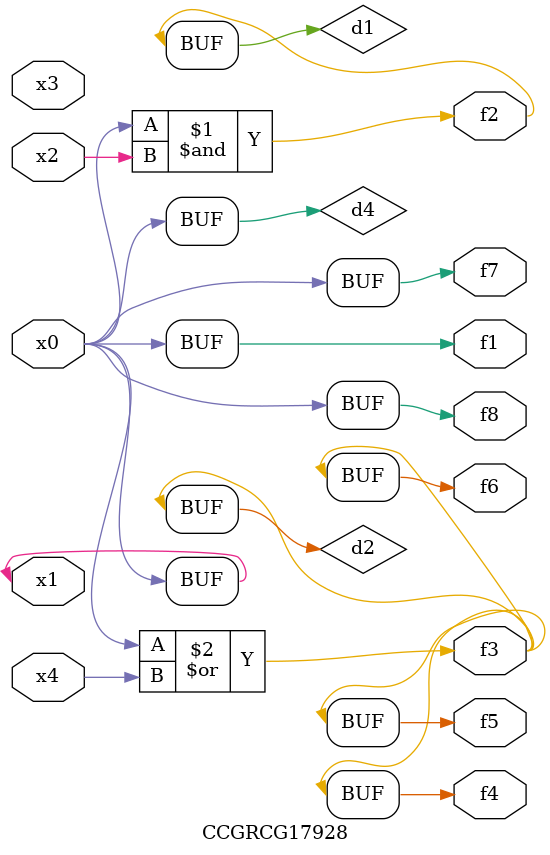
<source format=v>
module CCGRCG17928(
	input x0, x1, x2, x3, x4,
	output f1, f2, f3, f4, f5, f6, f7, f8
);

	wire d1, d2, d3, d4;

	and (d1, x0, x2);
	or (d2, x0, x4);
	nand (d3, x0, x2);
	buf (d4, x0, x1);
	assign f1 = d4;
	assign f2 = d1;
	assign f3 = d2;
	assign f4 = d2;
	assign f5 = d2;
	assign f6 = d2;
	assign f7 = d4;
	assign f8 = d4;
endmodule

</source>
